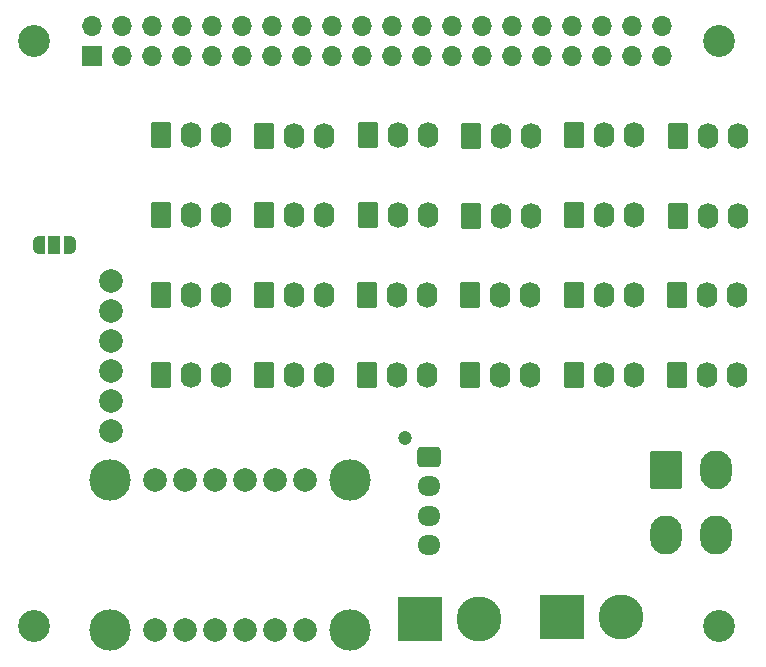
<source format=gbr>
%TF.GenerationSoftware,KiCad,Pcbnew,(6.0.1)*%
%TF.CreationDate,2022-03-24T21:22:16+00:00*%
%TF.ProjectId,isopod_distro,69736f70-6f64-45f6-9469-7374726f2e6b,rev?*%
%TF.SameCoordinates,Original*%
%TF.FileFunction,Soldermask,Bot*%
%TF.FilePolarity,Negative*%
%FSLAX46Y46*%
G04 Gerber Fmt 4.6, Leading zero omitted, Abs format (unit mm)*
G04 Created by KiCad (PCBNEW (6.0.1)) date 2022-03-24 21:22:16*
%MOMM*%
%LPD*%
G01*
G04 APERTURE LIST*
G04 Aperture macros list*
%AMRoundRect*
0 Rectangle with rounded corners*
0 $1 Rounding radius*
0 $2 $3 $4 $5 $6 $7 $8 $9 X,Y pos of 4 corners*
0 Add a 4 corners polygon primitive as box body*
4,1,4,$2,$3,$4,$5,$6,$7,$8,$9,$2,$3,0*
0 Add four circle primitives for the rounded corners*
1,1,$1+$1,$2,$3*
1,1,$1+$1,$4,$5*
1,1,$1+$1,$6,$7*
1,1,$1+$1,$8,$9*
0 Add four rect primitives between the rounded corners*
20,1,$1+$1,$2,$3,$4,$5,0*
20,1,$1+$1,$4,$5,$6,$7,0*
20,1,$1+$1,$6,$7,$8,$9,0*
20,1,$1+$1,$8,$9,$2,$3,0*%
%AMFreePoly0*
4,1,22,0.550000,-0.750000,0.000000,-0.750000,0.000000,-0.745033,-0.079941,-0.743568,-0.215256,-0.701293,-0.333266,-0.622738,-0.424486,-0.514219,-0.481581,-0.384460,-0.499164,-0.250000,-0.500000,-0.250000,-0.500000,0.250000,-0.499164,0.250000,-0.499963,0.256109,-0.478152,0.396186,-0.417904,0.524511,-0.324060,0.630769,-0.204165,0.706417,-0.067858,0.745374,0.000000,0.744959,0.000000,0.750000,
0.550000,0.750000,0.550000,-0.750000,0.550000,-0.750000,$1*%
%AMFreePoly1*
4,1,20,0.000000,0.744959,0.073905,0.744508,0.209726,0.703889,0.328688,0.626782,0.421226,0.519385,0.479903,0.390333,0.500000,0.250000,0.500000,-0.250000,0.499851,-0.262216,0.476331,-0.402017,0.414519,-0.529596,0.319384,-0.634700,0.198574,-0.708877,0.061801,-0.746166,0.000000,-0.745033,0.000000,-0.750000,-0.550000,-0.750000,-0.550000,0.750000,0.000000,0.750000,0.000000,0.744959,
0.000000,0.744959,$1*%
G04 Aperture macros list end*
%ADD10RoundRect,0.250001X-1.099999X-1.399999X1.099999X-1.399999X1.099999X1.399999X-1.099999X1.399999X0*%
%ADD11O,2.700000X3.300000*%
%ADD12RoundRect,0.250000X-0.620000X-0.845000X0.620000X-0.845000X0.620000X0.845000X-0.620000X0.845000X0*%
%ADD13O,1.740000X2.190000*%
%ADD14C,2.700000*%
%ADD15R,1.700000X1.700000*%
%ADD16O,1.700000X1.700000*%
%ADD17R,3.800000X3.800000*%
%ADD18C,3.800000*%
%ADD19C,2.000000*%
%ADD20C,3.500000*%
%ADD21C,1.200000*%
%ADD22RoundRect,0.250000X-0.725000X0.600000X-0.725000X-0.600000X0.725000X-0.600000X0.725000X0.600000X0*%
%ADD23O,1.950000X1.700000*%
%ADD24FreePoly0,0.000000*%
%ADD25R,1.000000X1.500000*%
%ADD26FreePoly1,0.000000*%
G04 APERTURE END LIST*
D10*
%TO.C,J8*%
X207000000Y-139850000D03*
D11*
X211200000Y-139850000D03*
X207000000Y-145350000D03*
X211200000Y-145350000D03*
%TD*%
D12*
%TO.C,J23*%
X164230000Y-131750000D03*
D13*
X166770000Y-131750000D03*
X169310000Y-131750000D03*
%TD*%
D12*
%TO.C,J15*%
X207980000Y-118270000D03*
D13*
X210520000Y-118270000D03*
X213060000Y-118270000D03*
%TD*%
D14*
%TO.C,H4*%
X211500000Y-103500000D03*
%TD*%
D15*
%TO.C,J30*%
X158375000Y-104775000D03*
D16*
X158375000Y-102235000D03*
X160915000Y-104775000D03*
X160915000Y-102235000D03*
X163455000Y-104775000D03*
X163455000Y-102235000D03*
X165995000Y-104775000D03*
X165995000Y-102235000D03*
X168535000Y-104775000D03*
X168535000Y-102235000D03*
X171075000Y-104775000D03*
X171075000Y-102235000D03*
X173615000Y-104775000D03*
X173615000Y-102235000D03*
X176155000Y-104775000D03*
X176155000Y-102235000D03*
X178695000Y-104775000D03*
X178695000Y-102235000D03*
X181235000Y-104775000D03*
X181235000Y-102235000D03*
X183775000Y-104775000D03*
X183775000Y-102235000D03*
X186315000Y-104775000D03*
X186315000Y-102235000D03*
X188855000Y-104775000D03*
X188855000Y-102235000D03*
X191395000Y-104775000D03*
X191395000Y-102235000D03*
X193935000Y-104775000D03*
X193935000Y-102235000D03*
X196475000Y-104775000D03*
X196475000Y-102235000D03*
X199015000Y-104775000D03*
X199015000Y-102235000D03*
X201555000Y-104775000D03*
X201555000Y-102235000D03*
X204095000Y-104775000D03*
X204095000Y-102235000D03*
X206635000Y-104775000D03*
X206635000Y-102235000D03*
%TD*%
D12*
%TO.C,J11*%
X172980000Y-118250000D03*
D13*
X175520000Y-118250000D03*
X178060000Y-118250000D03*
%TD*%
D17*
%TO.C,J16*%
X186200000Y-152400000D03*
D18*
X191200000Y-152400000D03*
%TD*%
D12*
%TO.C,J14*%
X199230000Y-118250000D03*
D13*
X201770000Y-118250000D03*
X204310000Y-118250000D03*
%TD*%
D12*
%TO.C,J13*%
X190480000Y-118270000D03*
D13*
X193020000Y-118270000D03*
X195560000Y-118270000D03*
%TD*%
D17*
%TO.C,J1*%
X198200000Y-152300000D03*
D18*
X203200000Y-152300000D03*
%TD*%
D12*
%TO.C,J19*%
X181670000Y-124960000D03*
D13*
X184210000Y-124960000D03*
X186750000Y-124960000D03*
%TD*%
D12*
%TO.C,J2*%
X164230000Y-111480000D03*
D13*
X166770000Y-111480000D03*
X169310000Y-111480000D03*
%TD*%
D12*
%TO.C,J25*%
X181670000Y-131750000D03*
D13*
X184210000Y-131750000D03*
X186750000Y-131750000D03*
%TD*%
D19*
%TO.C,U2*%
X160000000Y-136500000D03*
X160000000Y-133960000D03*
X160000000Y-131420000D03*
X160000000Y-128880000D03*
X160000000Y-126340000D03*
X160000000Y-123800000D03*
%TD*%
D20*
%TO.C,U3*%
X159880000Y-153400000D03*
X180200000Y-153400000D03*
X180200000Y-140700000D03*
X159880000Y-140700000D03*
D19*
X176390000Y-140700000D03*
X173850000Y-140700000D03*
X171310000Y-140700000D03*
X168770000Y-140700000D03*
X166230000Y-140700000D03*
X163690000Y-140700000D03*
X176390000Y-153400000D03*
X173850000Y-153400000D03*
X171310000Y-153400000D03*
X168770000Y-153400000D03*
X166230000Y-153400000D03*
X163690000Y-153400000D03*
%TD*%
D12*
%TO.C,J4*%
X181730000Y-111480000D03*
D13*
X184270000Y-111480000D03*
X186810000Y-111480000D03*
%TD*%
D21*
%TO.C,J29*%
X184900000Y-137100000D03*
D22*
X186900000Y-138700000D03*
D23*
X186900000Y-141200000D03*
X186900000Y-143700000D03*
X186900000Y-146200000D03*
%TD*%
D12*
%TO.C,J17*%
X164230000Y-124980000D03*
D13*
X166770000Y-124980000D03*
X169310000Y-124980000D03*
%TD*%
D12*
%TO.C,J27*%
X199170000Y-131730000D03*
D13*
X201710000Y-131730000D03*
X204250000Y-131730000D03*
%TD*%
D12*
%TO.C,J6*%
X199230000Y-111480000D03*
D13*
X201770000Y-111480000D03*
X204310000Y-111480000D03*
%TD*%
D12*
%TO.C,J20*%
X190420000Y-124960000D03*
D13*
X192960000Y-124960000D03*
X195500000Y-124960000D03*
%TD*%
D12*
%TO.C,J12*%
X181730000Y-118250000D03*
D13*
X184270000Y-118250000D03*
X186810000Y-118250000D03*
%TD*%
D12*
%TO.C,J5*%
X190480000Y-111500000D03*
D13*
X193020000Y-111500000D03*
X195560000Y-111500000D03*
%TD*%
D14*
%TO.C,H1*%
X153500000Y-103500000D03*
%TD*%
%TO.C,H3*%
X153500000Y-153000000D03*
%TD*%
D12*
%TO.C,J10*%
X164230000Y-118250000D03*
D13*
X166770000Y-118250000D03*
X169310000Y-118250000D03*
%TD*%
D12*
%TO.C,J18*%
X172920000Y-124960000D03*
D13*
X175460000Y-124960000D03*
X178000000Y-124960000D03*
%TD*%
D12*
%TO.C,J3*%
X172980000Y-111500000D03*
D13*
X175520000Y-111500000D03*
X178060000Y-111500000D03*
%TD*%
D12*
%TO.C,J21*%
X199170000Y-124960000D03*
D13*
X201710000Y-124960000D03*
X204250000Y-124960000D03*
%TD*%
D12*
%TO.C,J22*%
X207920000Y-124960000D03*
D13*
X210460000Y-124960000D03*
X213000000Y-124960000D03*
%TD*%
D12*
%TO.C,J24*%
X172920000Y-131750000D03*
D13*
X175460000Y-131750000D03*
X178000000Y-131750000D03*
%TD*%
D14*
%TO.C,H2*%
X211500000Y-153000000D03*
%TD*%
D12*
%TO.C,J7*%
X207980000Y-111500000D03*
D13*
X210520000Y-111500000D03*
X213060000Y-111500000D03*
%TD*%
D12*
%TO.C,J26*%
X190420000Y-131730000D03*
D13*
X192960000Y-131730000D03*
X195500000Y-131730000D03*
%TD*%
D12*
%TO.C,J28*%
X207920000Y-131750000D03*
D13*
X210460000Y-131750000D03*
X213000000Y-131750000D03*
%TD*%
D24*
%TO.C,JP1*%
X153900000Y-120800000D03*
D25*
X155200000Y-120800000D03*
D26*
X156500000Y-120800000D03*
%TD*%
M02*

</source>
